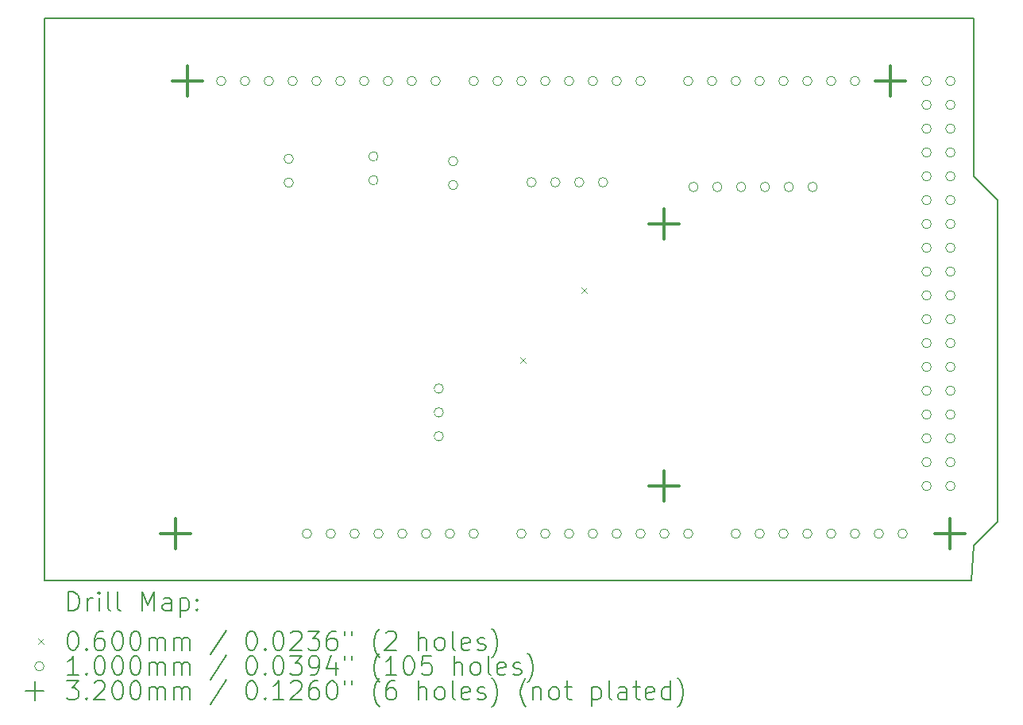
<source format=gbr>
%TF.GenerationSoftware,KiCad,Pcbnew,9.0.6*%
%TF.CreationDate,2025-12-21T23:54:04+02:00*%
%TF.ProjectId,Embedded_pcb,456d6265-6464-4656-945f-7063622e6b69,rev?*%
%TF.SameCoordinates,Original*%
%TF.FileFunction,Drillmap*%
%TF.FilePolarity,Positive*%
%FSLAX45Y45*%
G04 Gerber Fmt 4.5, Leading zero omitted, Abs format (unit mm)*
G04 Created by KiCad (PCBNEW 9.0.6) date 2025-12-21 23:54:04*
%MOMM*%
%LPD*%
G01*
G04 APERTURE LIST*
%ADD10C,0.150000*%
%ADD11C,0.200000*%
%ADD12C,0.100000*%
%ADD13C,0.320000*%
G04 APERTURE END LIST*
D10*
X19906000Y-5936000D02*
X20160000Y-6190000D01*
X10000000Y-10250000D02*
X10000000Y-4250000D01*
X20160000Y-6190000D02*
X20160000Y-9619000D01*
X19876800Y-10250000D02*
X10000000Y-10250000D01*
X10000000Y-4250000D02*
X19906000Y-4250000D01*
X20160000Y-9619000D02*
X19906000Y-9873000D01*
X19906000Y-4250000D02*
X19906000Y-5936000D01*
X19906000Y-9873000D02*
X19876800Y-10250000D01*
D11*
D12*
X15070000Y-7870000D02*
X15130000Y-7930000D01*
X15130000Y-7870000D02*
X15070000Y-7930000D01*
X15720000Y-7120000D02*
X15780000Y-7180000D01*
X15780000Y-7120000D02*
X15720000Y-7180000D01*
X11929600Y-4920000D02*
G75*
G02*
X11829600Y-4920000I-50000J0D01*
G01*
X11829600Y-4920000D02*
G75*
G02*
X11929600Y-4920000I50000J0D01*
G01*
X12183600Y-4920000D02*
G75*
G02*
X12083600Y-4920000I-50000J0D01*
G01*
X12083600Y-4920000D02*
G75*
G02*
X12183600Y-4920000I50000J0D01*
G01*
X12437600Y-4920000D02*
G75*
G02*
X12337600Y-4920000I-50000J0D01*
G01*
X12337600Y-4920000D02*
G75*
G02*
X12437600Y-4920000I50000J0D01*
G01*
X12650000Y-5750000D02*
G75*
G02*
X12550000Y-5750000I-50000J0D01*
G01*
X12550000Y-5750000D02*
G75*
G02*
X12650000Y-5750000I50000J0D01*
G01*
X12650000Y-6004000D02*
G75*
G02*
X12550000Y-6004000I-50000J0D01*
G01*
X12550000Y-6004000D02*
G75*
G02*
X12650000Y-6004000I50000J0D01*
G01*
X12691600Y-4920000D02*
G75*
G02*
X12591600Y-4920000I-50000J0D01*
G01*
X12591600Y-4920000D02*
G75*
G02*
X12691600Y-4920000I50000J0D01*
G01*
X12844000Y-9746000D02*
G75*
G02*
X12744000Y-9746000I-50000J0D01*
G01*
X12744000Y-9746000D02*
G75*
G02*
X12844000Y-9746000I50000J0D01*
G01*
X12945600Y-4920000D02*
G75*
G02*
X12845600Y-4920000I-50000J0D01*
G01*
X12845600Y-4920000D02*
G75*
G02*
X12945600Y-4920000I50000J0D01*
G01*
X13098000Y-9746000D02*
G75*
G02*
X12998000Y-9746000I-50000J0D01*
G01*
X12998000Y-9746000D02*
G75*
G02*
X13098000Y-9746000I50000J0D01*
G01*
X13199600Y-4920000D02*
G75*
G02*
X13099600Y-4920000I-50000J0D01*
G01*
X13099600Y-4920000D02*
G75*
G02*
X13199600Y-4920000I50000J0D01*
G01*
X13352000Y-9746000D02*
G75*
G02*
X13252000Y-9746000I-50000J0D01*
G01*
X13252000Y-9746000D02*
G75*
G02*
X13352000Y-9746000I50000J0D01*
G01*
X13453600Y-4920000D02*
G75*
G02*
X13353600Y-4920000I-50000J0D01*
G01*
X13353600Y-4920000D02*
G75*
G02*
X13453600Y-4920000I50000J0D01*
G01*
X13552500Y-5725000D02*
G75*
G02*
X13452500Y-5725000I-50000J0D01*
G01*
X13452500Y-5725000D02*
G75*
G02*
X13552500Y-5725000I50000J0D01*
G01*
X13552500Y-5979000D02*
G75*
G02*
X13452500Y-5979000I-50000J0D01*
G01*
X13452500Y-5979000D02*
G75*
G02*
X13552500Y-5979000I50000J0D01*
G01*
X13606000Y-9746000D02*
G75*
G02*
X13506000Y-9746000I-50000J0D01*
G01*
X13506000Y-9746000D02*
G75*
G02*
X13606000Y-9746000I50000J0D01*
G01*
X13707600Y-4920000D02*
G75*
G02*
X13607600Y-4920000I-50000J0D01*
G01*
X13607600Y-4920000D02*
G75*
G02*
X13707600Y-4920000I50000J0D01*
G01*
X13860000Y-9746000D02*
G75*
G02*
X13760000Y-9746000I-50000J0D01*
G01*
X13760000Y-9746000D02*
G75*
G02*
X13860000Y-9746000I50000J0D01*
G01*
X13961600Y-4920000D02*
G75*
G02*
X13861600Y-4920000I-50000J0D01*
G01*
X13861600Y-4920000D02*
G75*
G02*
X13961600Y-4920000I50000J0D01*
G01*
X14114000Y-9746000D02*
G75*
G02*
X14014000Y-9746000I-50000J0D01*
G01*
X14014000Y-9746000D02*
G75*
G02*
X14114000Y-9746000I50000J0D01*
G01*
X14215600Y-4920000D02*
G75*
G02*
X14115600Y-4920000I-50000J0D01*
G01*
X14115600Y-4920000D02*
G75*
G02*
X14215600Y-4920000I50000J0D01*
G01*
X14250000Y-8200000D02*
G75*
G02*
X14150000Y-8200000I-50000J0D01*
G01*
X14150000Y-8200000D02*
G75*
G02*
X14250000Y-8200000I50000J0D01*
G01*
X14250000Y-8454000D02*
G75*
G02*
X14150000Y-8454000I-50000J0D01*
G01*
X14150000Y-8454000D02*
G75*
G02*
X14250000Y-8454000I50000J0D01*
G01*
X14250000Y-8708000D02*
G75*
G02*
X14150000Y-8708000I-50000J0D01*
G01*
X14150000Y-8708000D02*
G75*
G02*
X14250000Y-8708000I50000J0D01*
G01*
X14368000Y-9746000D02*
G75*
G02*
X14268000Y-9746000I-50000J0D01*
G01*
X14268000Y-9746000D02*
G75*
G02*
X14368000Y-9746000I50000J0D01*
G01*
X14402500Y-5775000D02*
G75*
G02*
X14302500Y-5775000I-50000J0D01*
G01*
X14302500Y-5775000D02*
G75*
G02*
X14402500Y-5775000I50000J0D01*
G01*
X14402500Y-6029000D02*
G75*
G02*
X14302500Y-6029000I-50000J0D01*
G01*
X14302500Y-6029000D02*
G75*
G02*
X14402500Y-6029000I50000J0D01*
G01*
X14622000Y-4920000D02*
G75*
G02*
X14522000Y-4920000I-50000J0D01*
G01*
X14522000Y-4920000D02*
G75*
G02*
X14622000Y-4920000I50000J0D01*
G01*
X14622000Y-9746000D02*
G75*
G02*
X14522000Y-9746000I-50000J0D01*
G01*
X14522000Y-9746000D02*
G75*
G02*
X14622000Y-9746000I50000J0D01*
G01*
X14876000Y-4920000D02*
G75*
G02*
X14776000Y-4920000I-50000J0D01*
G01*
X14776000Y-4920000D02*
G75*
G02*
X14876000Y-4920000I50000J0D01*
G01*
X15130000Y-4920000D02*
G75*
G02*
X15030000Y-4920000I-50000J0D01*
G01*
X15030000Y-4920000D02*
G75*
G02*
X15130000Y-4920000I50000J0D01*
G01*
X15130000Y-9746000D02*
G75*
G02*
X15030000Y-9746000I-50000J0D01*
G01*
X15030000Y-9746000D02*
G75*
G02*
X15130000Y-9746000I50000J0D01*
G01*
X15238000Y-6000000D02*
G75*
G02*
X15138000Y-6000000I-50000J0D01*
G01*
X15138000Y-6000000D02*
G75*
G02*
X15238000Y-6000000I50000J0D01*
G01*
X15384000Y-4920000D02*
G75*
G02*
X15284000Y-4920000I-50000J0D01*
G01*
X15284000Y-4920000D02*
G75*
G02*
X15384000Y-4920000I50000J0D01*
G01*
X15384000Y-9746000D02*
G75*
G02*
X15284000Y-9746000I-50000J0D01*
G01*
X15284000Y-9746000D02*
G75*
G02*
X15384000Y-9746000I50000J0D01*
G01*
X15492000Y-6000000D02*
G75*
G02*
X15392000Y-6000000I-50000J0D01*
G01*
X15392000Y-6000000D02*
G75*
G02*
X15492000Y-6000000I50000J0D01*
G01*
X15638000Y-4920000D02*
G75*
G02*
X15538000Y-4920000I-50000J0D01*
G01*
X15538000Y-4920000D02*
G75*
G02*
X15638000Y-4920000I50000J0D01*
G01*
X15638000Y-9746000D02*
G75*
G02*
X15538000Y-9746000I-50000J0D01*
G01*
X15538000Y-9746000D02*
G75*
G02*
X15638000Y-9746000I50000J0D01*
G01*
X15746000Y-6000000D02*
G75*
G02*
X15646000Y-6000000I-50000J0D01*
G01*
X15646000Y-6000000D02*
G75*
G02*
X15746000Y-6000000I50000J0D01*
G01*
X15892000Y-4920000D02*
G75*
G02*
X15792000Y-4920000I-50000J0D01*
G01*
X15792000Y-4920000D02*
G75*
G02*
X15892000Y-4920000I50000J0D01*
G01*
X15892000Y-9746000D02*
G75*
G02*
X15792000Y-9746000I-50000J0D01*
G01*
X15792000Y-9746000D02*
G75*
G02*
X15892000Y-9746000I50000J0D01*
G01*
X16000000Y-6000000D02*
G75*
G02*
X15900000Y-6000000I-50000J0D01*
G01*
X15900000Y-6000000D02*
G75*
G02*
X16000000Y-6000000I50000J0D01*
G01*
X16146000Y-4920000D02*
G75*
G02*
X16046000Y-4920000I-50000J0D01*
G01*
X16046000Y-4920000D02*
G75*
G02*
X16146000Y-4920000I50000J0D01*
G01*
X16146000Y-9746000D02*
G75*
G02*
X16046000Y-9746000I-50000J0D01*
G01*
X16046000Y-9746000D02*
G75*
G02*
X16146000Y-9746000I50000J0D01*
G01*
X16400000Y-4920000D02*
G75*
G02*
X16300000Y-4920000I-50000J0D01*
G01*
X16300000Y-4920000D02*
G75*
G02*
X16400000Y-4920000I50000J0D01*
G01*
X16400000Y-9746000D02*
G75*
G02*
X16300000Y-9746000I-50000J0D01*
G01*
X16300000Y-9746000D02*
G75*
G02*
X16400000Y-9746000I50000J0D01*
G01*
X16654000Y-9746000D02*
G75*
G02*
X16554000Y-9746000I-50000J0D01*
G01*
X16554000Y-9746000D02*
G75*
G02*
X16654000Y-9746000I50000J0D01*
G01*
X16908000Y-4920000D02*
G75*
G02*
X16808000Y-4920000I-50000J0D01*
G01*
X16808000Y-4920000D02*
G75*
G02*
X16908000Y-4920000I50000J0D01*
G01*
X16908000Y-9746000D02*
G75*
G02*
X16808000Y-9746000I-50000J0D01*
G01*
X16808000Y-9746000D02*
G75*
G02*
X16908000Y-9746000I50000J0D01*
G01*
X16965000Y-6050000D02*
G75*
G02*
X16865000Y-6050000I-50000J0D01*
G01*
X16865000Y-6050000D02*
G75*
G02*
X16965000Y-6050000I50000J0D01*
G01*
X17162000Y-4920000D02*
G75*
G02*
X17062000Y-4920000I-50000J0D01*
G01*
X17062000Y-4920000D02*
G75*
G02*
X17162000Y-4920000I50000J0D01*
G01*
X17219000Y-6050000D02*
G75*
G02*
X17119000Y-6050000I-50000J0D01*
G01*
X17119000Y-6050000D02*
G75*
G02*
X17219000Y-6050000I50000J0D01*
G01*
X17416000Y-4920000D02*
G75*
G02*
X17316000Y-4920000I-50000J0D01*
G01*
X17316000Y-4920000D02*
G75*
G02*
X17416000Y-4920000I50000J0D01*
G01*
X17416000Y-9746000D02*
G75*
G02*
X17316000Y-9746000I-50000J0D01*
G01*
X17316000Y-9746000D02*
G75*
G02*
X17416000Y-9746000I50000J0D01*
G01*
X17473000Y-6050000D02*
G75*
G02*
X17373000Y-6050000I-50000J0D01*
G01*
X17373000Y-6050000D02*
G75*
G02*
X17473000Y-6050000I50000J0D01*
G01*
X17670000Y-4920000D02*
G75*
G02*
X17570000Y-4920000I-50000J0D01*
G01*
X17570000Y-4920000D02*
G75*
G02*
X17670000Y-4920000I50000J0D01*
G01*
X17670000Y-9746000D02*
G75*
G02*
X17570000Y-9746000I-50000J0D01*
G01*
X17570000Y-9746000D02*
G75*
G02*
X17670000Y-9746000I50000J0D01*
G01*
X17727000Y-6050000D02*
G75*
G02*
X17627000Y-6050000I-50000J0D01*
G01*
X17627000Y-6050000D02*
G75*
G02*
X17727000Y-6050000I50000J0D01*
G01*
X17924000Y-4920000D02*
G75*
G02*
X17824000Y-4920000I-50000J0D01*
G01*
X17824000Y-4920000D02*
G75*
G02*
X17924000Y-4920000I50000J0D01*
G01*
X17924000Y-9746000D02*
G75*
G02*
X17824000Y-9746000I-50000J0D01*
G01*
X17824000Y-9746000D02*
G75*
G02*
X17924000Y-9746000I50000J0D01*
G01*
X17981000Y-6050000D02*
G75*
G02*
X17881000Y-6050000I-50000J0D01*
G01*
X17881000Y-6050000D02*
G75*
G02*
X17981000Y-6050000I50000J0D01*
G01*
X18178000Y-4920000D02*
G75*
G02*
X18078000Y-4920000I-50000J0D01*
G01*
X18078000Y-4920000D02*
G75*
G02*
X18178000Y-4920000I50000J0D01*
G01*
X18178000Y-9746000D02*
G75*
G02*
X18078000Y-9746000I-50000J0D01*
G01*
X18078000Y-9746000D02*
G75*
G02*
X18178000Y-9746000I50000J0D01*
G01*
X18235000Y-6050000D02*
G75*
G02*
X18135000Y-6050000I-50000J0D01*
G01*
X18135000Y-6050000D02*
G75*
G02*
X18235000Y-6050000I50000J0D01*
G01*
X18432000Y-4920000D02*
G75*
G02*
X18332000Y-4920000I-50000J0D01*
G01*
X18332000Y-4920000D02*
G75*
G02*
X18432000Y-4920000I50000J0D01*
G01*
X18432000Y-9746000D02*
G75*
G02*
X18332000Y-9746000I-50000J0D01*
G01*
X18332000Y-9746000D02*
G75*
G02*
X18432000Y-9746000I50000J0D01*
G01*
X18686000Y-4920000D02*
G75*
G02*
X18586000Y-4920000I-50000J0D01*
G01*
X18586000Y-4920000D02*
G75*
G02*
X18686000Y-4920000I50000J0D01*
G01*
X18686000Y-9746000D02*
G75*
G02*
X18586000Y-9746000I-50000J0D01*
G01*
X18586000Y-9746000D02*
G75*
G02*
X18686000Y-9746000I50000J0D01*
G01*
X18940000Y-9746000D02*
G75*
G02*
X18840000Y-9746000I-50000J0D01*
G01*
X18840000Y-9746000D02*
G75*
G02*
X18940000Y-9746000I50000J0D01*
G01*
X19194000Y-9746000D02*
G75*
G02*
X19094000Y-9746000I-50000J0D01*
G01*
X19094000Y-9746000D02*
G75*
G02*
X19194000Y-9746000I50000J0D01*
G01*
X19450000Y-4920000D02*
G75*
G02*
X19350000Y-4920000I-50000J0D01*
G01*
X19350000Y-4920000D02*
G75*
G02*
X19450000Y-4920000I50000J0D01*
G01*
X19450000Y-5174000D02*
G75*
G02*
X19350000Y-5174000I-50000J0D01*
G01*
X19350000Y-5174000D02*
G75*
G02*
X19450000Y-5174000I50000J0D01*
G01*
X19450000Y-5428000D02*
G75*
G02*
X19350000Y-5428000I-50000J0D01*
G01*
X19350000Y-5428000D02*
G75*
G02*
X19450000Y-5428000I50000J0D01*
G01*
X19450000Y-5682000D02*
G75*
G02*
X19350000Y-5682000I-50000J0D01*
G01*
X19350000Y-5682000D02*
G75*
G02*
X19450000Y-5682000I50000J0D01*
G01*
X19450000Y-5936000D02*
G75*
G02*
X19350000Y-5936000I-50000J0D01*
G01*
X19350000Y-5936000D02*
G75*
G02*
X19450000Y-5936000I50000J0D01*
G01*
X19450000Y-6190000D02*
G75*
G02*
X19350000Y-6190000I-50000J0D01*
G01*
X19350000Y-6190000D02*
G75*
G02*
X19450000Y-6190000I50000J0D01*
G01*
X19450000Y-6444000D02*
G75*
G02*
X19350000Y-6444000I-50000J0D01*
G01*
X19350000Y-6444000D02*
G75*
G02*
X19450000Y-6444000I50000J0D01*
G01*
X19450000Y-6698000D02*
G75*
G02*
X19350000Y-6698000I-50000J0D01*
G01*
X19350000Y-6698000D02*
G75*
G02*
X19450000Y-6698000I50000J0D01*
G01*
X19450000Y-6952000D02*
G75*
G02*
X19350000Y-6952000I-50000J0D01*
G01*
X19350000Y-6952000D02*
G75*
G02*
X19450000Y-6952000I50000J0D01*
G01*
X19450000Y-7206000D02*
G75*
G02*
X19350000Y-7206000I-50000J0D01*
G01*
X19350000Y-7206000D02*
G75*
G02*
X19450000Y-7206000I50000J0D01*
G01*
X19450000Y-7460000D02*
G75*
G02*
X19350000Y-7460000I-50000J0D01*
G01*
X19350000Y-7460000D02*
G75*
G02*
X19450000Y-7460000I50000J0D01*
G01*
X19450000Y-7714000D02*
G75*
G02*
X19350000Y-7714000I-50000J0D01*
G01*
X19350000Y-7714000D02*
G75*
G02*
X19450000Y-7714000I50000J0D01*
G01*
X19450000Y-7968000D02*
G75*
G02*
X19350000Y-7968000I-50000J0D01*
G01*
X19350000Y-7968000D02*
G75*
G02*
X19450000Y-7968000I50000J0D01*
G01*
X19450000Y-8222000D02*
G75*
G02*
X19350000Y-8222000I-50000J0D01*
G01*
X19350000Y-8222000D02*
G75*
G02*
X19450000Y-8222000I50000J0D01*
G01*
X19450000Y-8476000D02*
G75*
G02*
X19350000Y-8476000I-50000J0D01*
G01*
X19350000Y-8476000D02*
G75*
G02*
X19450000Y-8476000I50000J0D01*
G01*
X19450000Y-8730000D02*
G75*
G02*
X19350000Y-8730000I-50000J0D01*
G01*
X19350000Y-8730000D02*
G75*
G02*
X19450000Y-8730000I50000J0D01*
G01*
X19450000Y-8984000D02*
G75*
G02*
X19350000Y-8984000I-50000J0D01*
G01*
X19350000Y-8984000D02*
G75*
G02*
X19450000Y-8984000I50000J0D01*
G01*
X19450000Y-9238000D02*
G75*
G02*
X19350000Y-9238000I-50000J0D01*
G01*
X19350000Y-9238000D02*
G75*
G02*
X19450000Y-9238000I50000J0D01*
G01*
X19704000Y-4920000D02*
G75*
G02*
X19604000Y-4920000I-50000J0D01*
G01*
X19604000Y-4920000D02*
G75*
G02*
X19704000Y-4920000I50000J0D01*
G01*
X19704000Y-5174000D02*
G75*
G02*
X19604000Y-5174000I-50000J0D01*
G01*
X19604000Y-5174000D02*
G75*
G02*
X19704000Y-5174000I50000J0D01*
G01*
X19704000Y-5428000D02*
G75*
G02*
X19604000Y-5428000I-50000J0D01*
G01*
X19604000Y-5428000D02*
G75*
G02*
X19704000Y-5428000I50000J0D01*
G01*
X19704000Y-5682000D02*
G75*
G02*
X19604000Y-5682000I-50000J0D01*
G01*
X19604000Y-5682000D02*
G75*
G02*
X19704000Y-5682000I50000J0D01*
G01*
X19704000Y-5936000D02*
G75*
G02*
X19604000Y-5936000I-50000J0D01*
G01*
X19604000Y-5936000D02*
G75*
G02*
X19704000Y-5936000I50000J0D01*
G01*
X19704000Y-6190000D02*
G75*
G02*
X19604000Y-6190000I-50000J0D01*
G01*
X19604000Y-6190000D02*
G75*
G02*
X19704000Y-6190000I50000J0D01*
G01*
X19704000Y-6444000D02*
G75*
G02*
X19604000Y-6444000I-50000J0D01*
G01*
X19604000Y-6444000D02*
G75*
G02*
X19704000Y-6444000I50000J0D01*
G01*
X19704000Y-6698000D02*
G75*
G02*
X19604000Y-6698000I-50000J0D01*
G01*
X19604000Y-6698000D02*
G75*
G02*
X19704000Y-6698000I50000J0D01*
G01*
X19704000Y-6952000D02*
G75*
G02*
X19604000Y-6952000I-50000J0D01*
G01*
X19604000Y-6952000D02*
G75*
G02*
X19704000Y-6952000I50000J0D01*
G01*
X19704000Y-7206000D02*
G75*
G02*
X19604000Y-7206000I-50000J0D01*
G01*
X19604000Y-7206000D02*
G75*
G02*
X19704000Y-7206000I50000J0D01*
G01*
X19704000Y-7460000D02*
G75*
G02*
X19604000Y-7460000I-50000J0D01*
G01*
X19604000Y-7460000D02*
G75*
G02*
X19704000Y-7460000I50000J0D01*
G01*
X19704000Y-7714000D02*
G75*
G02*
X19604000Y-7714000I-50000J0D01*
G01*
X19604000Y-7714000D02*
G75*
G02*
X19704000Y-7714000I50000J0D01*
G01*
X19704000Y-7968000D02*
G75*
G02*
X19604000Y-7968000I-50000J0D01*
G01*
X19604000Y-7968000D02*
G75*
G02*
X19704000Y-7968000I50000J0D01*
G01*
X19704000Y-8222000D02*
G75*
G02*
X19604000Y-8222000I-50000J0D01*
G01*
X19604000Y-8222000D02*
G75*
G02*
X19704000Y-8222000I50000J0D01*
G01*
X19704000Y-8476000D02*
G75*
G02*
X19604000Y-8476000I-50000J0D01*
G01*
X19604000Y-8476000D02*
G75*
G02*
X19704000Y-8476000I50000J0D01*
G01*
X19704000Y-8730000D02*
G75*
G02*
X19604000Y-8730000I-50000J0D01*
G01*
X19604000Y-8730000D02*
G75*
G02*
X19704000Y-8730000I50000J0D01*
G01*
X19704000Y-8984000D02*
G75*
G02*
X19604000Y-8984000I-50000J0D01*
G01*
X19604000Y-8984000D02*
G75*
G02*
X19704000Y-8984000I50000J0D01*
G01*
X19704000Y-9238000D02*
G75*
G02*
X19604000Y-9238000I-50000J0D01*
G01*
X19604000Y-9238000D02*
G75*
G02*
X19704000Y-9238000I50000J0D01*
G01*
D13*
X11397000Y-9586000D02*
X11397000Y-9906000D01*
X11237000Y-9746000D02*
X11557000Y-9746000D01*
X11524000Y-4760000D02*
X11524000Y-5080000D01*
X11364000Y-4920000D02*
X11684000Y-4920000D01*
X16604000Y-6284000D02*
X16604000Y-6604000D01*
X16444000Y-6444000D02*
X16764000Y-6444000D01*
X16604000Y-9078000D02*
X16604000Y-9398000D01*
X16444000Y-9238000D02*
X16764000Y-9238000D01*
X19017000Y-4760000D02*
X19017000Y-5080000D01*
X18857000Y-4920000D02*
X19177000Y-4920000D01*
X19652000Y-9586000D02*
X19652000Y-9906000D01*
X19492000Y-9746000D02*
X19812000Y-9746000D01*
D11*
X10253277Y-10568984D02*
X10253277Y-10368984D01*
X10253277Y-10368984D02*
X10300896Y-10368984D01*
X10300896Y-10368984D02*
X10329467Y-10378508D01*
X10329467Y-10378508D02*
X10348515Y-10397555D01*
X10348515Y-10397555D02*
X10358039Y-10416603D01*
X10358039Y-10416603D02*
X10367563Y-10454698D01*
X10367563Y-10454698D02*
X10367563Y-10483270D01*
X10367563Y-10483270D02*
X10358039Y-10521365D01*
X10358039Y-10521365D02*
X10348515Y-10540412D01*
X10348515Y-10540412D02*
X10329467Y-10559460D01*
X10329467Y-10559460D02*
X10300896Y-10568984D01*
X10300896Y-10568984D02*
X10253277Y-10568984D01*
X10453277Y-10568984D02*
X10453277Y-10435650D01*
X10453277Y-10473746D02*
X10462801Y-10454698D01*
X10462801Y-10454698D02*
X10472324Y-10445174D01*
X10472324Y-10445174D02*
X10491372Y-10435650D01*
X10491372Y-10435650D02*
X10510420Y-10435650D01*
X10577086Y-10568984D02*
X10577086Y-10435650D01*
X10577086Y-10368984D02*
X10567563Y-10378508D01*
X10567563Y-10378508D02*
X10577086Y-10388031D01*
X10577086Y-10388031D02*
X10586610Y-10378508D01*
X10586610Y-10378508D02*
X10577086Y-10368984D01*
X10577086Y-10368984D02*
X10577086Y-10388031D01*
X10700896Y-10568984D02*
X10681848Y-10559460D01*
X10681848Y-10559460D02*
X10672324Y-10540412D01*
X10672324Y-10540412D02*
X10672324Y-10368984D01*
X10805658Y-10568984D02*
X10786610Y-10559460D01*
X10786610Y-10559460D02*
X10777086Y-10540412D01*
X10777086Y-10540412D02*
X10777086Y-10368984D01*
X11034229Y-10568984D02*
X11034229Y-10368984D01*
X11034229Y-10368984D02*
X11100896Y-10511841D01*
X11100896Y-10511841D02*
X11167563Y-10368984D01*
X11167563Y-10368984D02*
X11167563Y-10568984D01*
X11348515Y-10568984D02*
X11348515Y-10464222D01*
X11348515Y-10464222D02*
X11338991Y-10445174D01*
X11338991Y-10445174D02*
X11319943Y-10435650D01*
X11319943Y-10435650D02*
X11281848Y-10435650D01*
X11281848Y-10435650D02*
X11262801Y-10445174D01*
X11348515Y-10559460D02*
X11329467Y-10568984D01*
X11329467Y-10568984D02*
X11281848Y-10568984D01*
X11281848Y-10568984D02*
X11262801Y-10559460D01*
X11262801Y-10559460D02*
X11253277Y-10540412D01*
X11253277Y-10540412D02*
X11253277Y-10521365D01*
X11253277Y-10521365D02*
X11262801Y-10502317D01*
X11262801Y-10502317D02*
X11281848Y-10492793D01*
X11281848Y-10492793D02*
X11329467Y-10492793D01*
X11329467Y-10492793D02*
X11348515Y-10483270D01*
X11443753Y-10435650D02*
X11443753Y-10635650D01*
X11443753Y-10445174D02*
X11462801Y-10435650D01*
X11462801Y-10435650D02*
X11500896Y-10435650D01*
X11500896Y-10435650D02*
X11519943Y-10445174D01*
X11519943Y-10445174D02*
X11529467Y-10454698D01*
X11529467Y-10454698D02*
X11538991Y-10473746D01*
X11538991Y-10473746D02*
X11538991Y-10530889D01*
X11538991Y-10530889D02*
X11529467Y-10549936D01*
X11529467Y-10549936D02*
X11519943Y-10559460D01*
X11519943Y-10559460D02*
X11500896Y-10568984D01*
X11500896Y-10568984D02*
X11462801Y-10568984D01*
X11462801Y-10568984D02*
X11443753Y-10559460D01*
X11624705Y-10549936D02*
X11634229Y-10559460D01*
X11634229Y-10559460D02*
X11624705Y-10568984D01*
X11624705Y-10568984D02*
X11615182Y-10559460D01*
X11615182Y-10559460D02*
X11624705Y-10549936D01*
X11624705Y-10549936D02*
X11624705Y-10568984D01*
X11624705Y-10445174D02*
X11634229Y-10454698D01*
X11634229Y-10454698D02*
X11624705Y-10464222D01*
X11624705Y-10464222D02*
X11615182Y-10454698D01*
X11615182Y-10454698D02*
X11624705Y-10445174D01*
X11624705Y-10445174D02*
X11624705Y-10464222D01*
D12*
X9932500Y-10867500D02*
X9992500Y-10927500D01*
X9992500Y-10867500D02*
X9932500Y-10927500D01*
D11*
X10291372Y-10788984D02*
X10310420Y-10788984D01*
X10310420Y-10788984D02*
X10329467Y-10798508D01*
X10329467Y-10798508D02*
X10338991Y-10808031D01*
X10338991Y-10808031D02*
X10348515Y-10827079D01*
X10348515Y-10827079D02*
X10358039Y-10865174D01*
X10358039Y-10865174D02*
X10358039Y-10912793D01*
X10358039Y-10912793D02*
X10348515Y-10950889D01*
X10348515Y-10950889D02*
X10338991Y-10969936D01*
X10338991Y-10969936D02*
X10329467Y-10979460D01*
X10329467Y-10979460D02*
X10310420Y-10988984D01*
X10310420Y-10988984D02*
X10291372Y-10988984D01*
X10291372Y-10988984D02*
X10272324Y-10979460D01*
X10272324Y-10979460D02*
X10262801Y-10969936D01*
X10262801Y-10969936D02*
X10253277Y-10950889D01*
X10253277Y-10950889D02*
X10243753Y-10912793D01*
X10243753Y-10912793D02*
X10243753Y-10865174D01*
X10243753Y-10865174D02*
X10253277Y-10827079D01*
X10253277Y-10827079D02*
X10262801Y-10808031D01*
X10262801Y-10808031D02*
X10272324Y-10798508D01*
X10272324Y-10798508D02*
X10291372Y-10788984D01*
X10443753Y-10969936D02*
X10453277Y-10979460D01*
X10453277Y-10979460D02*
X10443753Y-10988984D01*
X10443753Y-10988984D02*
X10434229Y-10979460D01*
X10434229Y-10979460D02*
X10443753Y-10969936D01*
X10443753Y-10969936D02*
X10443753Y-10988984D01*
X10624705Y-10788984D02*
X10586610Y-10788984D01*
X10586610Y-10788984D02*
X10567563Y-10798508D01*
X10567563Y-10798508D02*
X10558039Y-10808031D01*
X10558039Y-10808031D02*
X10538991Y-10836603D01*
X10538991Y-10836603D02*
X10529467Y-10874698D01*
X10529467Y-10874698D02*
X10529467Y-10950889D01*
X10529467Y-10950889D02*
X10538991Y-10969936D01*
X10538991Y-10969936D02*
X10548515Y-10979460D01*
X10548515Y-10979460D02*
X10567563Y-10988984D01*
X10567563Y-10988984D02*
X10605658Y-10988984D01*
X10605658Y-10988984D02*
X10624705Y-10979460D01*
X10624705Y-10979460D02*
X10634229Y-10969936D01*
X10634229Y-10969936D02*
X10643753Y-10950889D01*
X10643753Y-10950889D02*
X10643753Y-10903270D01*
X10643753Y-10903270D02*
X10634229Y-10884222D01*
X10634229Y-10884222D02*
X10624705Y-10874698D01*
X10624705Y-10874698D02*
X10605658Y-10865174D01*
X10605658Y-10865174D02*
X10567563Y-10865174D01*
X10567563Y-10865174D02*
X10548515Y-10874698D01*
X10548515Y-10874698D02*
X10538991Y-10884222D01*
X10538991Y-10884222D02*
X10529467Y-10903270D01*
X10767563Y-10788984D02*
X10786610Y-10788984D01*
X10786610Y-10788984D02*
X10805658Y-10798508D01*
X10805658Y-10798508D02*
X10815182Y-10808031D01*
X10815182Y-10808031D02*
X10824705Y-10827079D01*
X10824705Y-10827079D02*
X10834229Y-10865174D01*
X10834229Y-10865174D02*
X10834229Y-10912793D01*
X10834229Y-10912793D02*
X10824705Y-10950889D01*
X10824705Y-10950889D02*
X10815182Y-10969936D01*
X10815182Y-10969936D02*
X10805658Y-10979460D01*
X10805658Y-10979460D02*
X10786610Y-10988984D01*
X10786610Y-10988984D02*
X10767563Y-10988984D01*
X10767563Y-10988984D02*
X10748515Y-10979460D01*
X10748515Y-10979460D02*
X10738991Y-10969936D01*
X10738991Y-10969936D02*
X10729467Y-10950889D01*
X10729467Y-10950889D02*
X10719944Y-10912793D01*
X10719944Y-10912793D02*
X10719944Y-10865174D01*
X10719944Y-10865174D02*
X10729467Y-10827079D01*
X10729467Y-10827079D02*
X10738991Y-10808031D01*
X10738991Y-10808031D02*
X10748515Y-10798508D01*
X10748515Y-10798508D02*
X10767563Y-10788984D01*
X10958039Y-10788984D02*
X10977086Y-10788984D01*
X10977086Y-10788984D02*
X10996134Y-10798508D01*
X10996134Y-10798508D02*
X11005658Y-10808031D01*
X11005658Y-10808031D02*
X11015182Y-10827079D01*
X11015182Y-10827079D02*
X11024705Y-10865174D01*
X11024705Y-10865174D02*
X11024705Y-10912793D01*
X11024705Y-10912793D02*
X11015182Y-10950889D01*
X11015182Y-10950889D02*
X11005658Y-10969936D01*
X11005658Y-10969936D02*
X10996134Y-10979460D01*
X10996134Y-10979460D02*
X10977086Y-10988984D01*
X10977086Y-10988984D02*
X10958039Y-10988984D01*
X10958039Y-10988984D02*
X10938991Y-10979460D01*
X10938991Y-10979460D02*
X10929467Y-10969936D01*
X10929467Y-10969936D02*
X10919944Y-10950889D01*
X10919944Y-10950889D02*
X10910420Y-10912793D01*
X10910420Y-10912793D02*
X10910420Y-10865174D01*
X10910420Y-10865174D02*
X10919944Y-10827079D01*
X10919944Y-10827079D02*
X10929467Y-10808031D01*
X10929467Y-10808031D02*
X10938991Y-10798508D01*
X10938991Y-10798508D02*
X10958039Y-10788984D01*
X11110420Y-10988984D02*
X11110420Y-10855650D01*
X11110420Y-10874698D02*
X11119944Y-10865174D01*
X11119944Y-10865174D02*
X11138991Y-10855650D01*
X11138991Y-10855650D02*
X11167563Y-10855650D01*
X11167563Y-10855650D02*
X11186610Y-10865174D01*
X11186610Y-10865174D02*
X11196134Y-10884222D01*
X11196134Y-10884222D02*
X11196134Y-10988984D01*
X11196134Y-10884222D02*
X11205658Y-10865174D01*
X11205658Y-10865174D02*
X11224705Y-10855650D01*
X11224705Y-10855650D02*
X11253277Y-10855650D01*
X11253277Y-10855650D02*
X11272324Y-10865174D01*
X11272324Y-10865174D02*
X11281848Y-10884222D01*
X11281848Y-10884222D02*
X11281848Y-10988984D01*
X11377086Y-10988984D02*
X11377086Y-10855650D01*
X11377086Y-10874698D02*
X11386610Y-10865174D01*
X11386610Y-10865174D02*
X11405658Y-10855650D01*
X11405658Y-10855650D02*
X11434229Y-10855650D01*
X11434229Y-10855650D02*
X11453277Y-10865174D01*
X11453277Y-10865174D02*
X11462801Y-10884222D01*
X11462801Y-10884222D02*
X11462801Y-10988984D01*
X11462801Y-10884222D02*
X11472324Y-10865174D01*
X11472324Y-10865174D02*
X11491372Y-10855650D01*
X11491372Y-10855650D02*
X11519943Y-10855650D01*
X11519943Y-10855650D02*
X11538991Y-10865174D01*
X11538991Y-10865174D02*
X11548515Y-10884222D01*
X11548515Y-10884222D02*
X11548515Y-10988984D01*
X11938991Y-10779460D02*
X11767563Y-11036603D01*
X12196134Y-10788984D02*
X12215182Y-10788984D01*
X12215182Y-10788984D02*
X12234229Y-10798508D01*
X12234229Y-10798508D02*
X12243753Y-10808031D01*
X12243753Y-10808031D02*
X12253277Y-10827079D01*
X12253277Y-10827079D02*
X12262801Y-10865174D01*
X12262801Y-10865174D02*
X12262801Y-10912793D01*
X12262801Y-10912793D02*
X12253277Y-10950889D01*
X12253277Y-10950889D02*
X12243753Y-10969936D01*
X12243753Y-10969936D02*
X12234229Y-10979460D01*
X12234229Y-10979460D02*
X12215182Y-10988984D01*
X12215182Y-10988984D02*
X12196134Y-10988984D01*
X12196134Y-10988984D02*
X12177086Y-10979460D01*
X12177086Y-10979460D02*
X12167563Y-10969936D01*
X12167563Y-10969936D02*
X12158039Y-10950889D01*
X12158039Y-10950889D02*
X12148515Y-10912793D01*
X12148515Y-10912793D02*
X12148515Y-10865174D01*
X12148515Y-10865174D02*
X12158039Y-10827079D01*
X12158039Y-10827079D02*
X12167563Y-10808031D01*
X12167563Y-10808031D02*
X12177086Y-10798508D01*
X12177086Y-10798508D02*
X12196134Y-10788984D01*
X12348515Y-10969936D02*
X12358039Y-10979460D01*
X12358039Y-10979460D02*
X12348515Y-10988984D01*
X12348515Y-10988984D02*
X12338991Y-10979460D01*
X12338991Y-10979460D02*
X12348515Y-10969936D01*
X12348515Y-10969936D02*
X12348515Y-10988984D01*
X12481848Y-10788984D02*
X12500896Y-10788984D01*
X12500896Y-10788984D02*
X12519944Y-10798508D01*
X12519944Y-10798508D02*
X12529467Y-10808031D01*
X12529467Y-10808031D02*
X12538991Y-10827079D01*
X12538991Y-10827079D02*
X12548515Y-10865174D01*
X12548515Y-10865174D02*
X12548515Y-10912793D01*
X12548515Y-10912793D02*
X12538991Y-10950889D01*
X12538991Y-10950889D02*
X12529467Y-10969936D01*
X12529467Y-10969936D02*
X12519944Y-10979460D01*
X12519944Y-10979460D02*
X12500896Y-10988984D01*
X12500896Y-10988984D02*
X12481848Y-10988984D01*
X12481848Y-10988984D02*
X12462801Y-10979460D01*
X12462801Y-10979460D02*
X12453277Y-10969936D01*
X12453277Y-10969936D02*
X12443753Y-10950889D01*
X12443753Y-10950889D02*
X12434229Y-10912793D01*
X12434229Y-10912793D02*
X12434229Y-10865174D01*
X12434229Y-10865174D02*
X12443753Y-10827079D01*
X12443753Y-10827079D02*
X12453277Y-10808031D01*
X12453277Y-10808031D02*
X12462801Y-10798508D01*
X12462801Y-10798508D02*
X12481848Y-10788984D01*
X12624706Y-10808031D02*
X12634229Y-10798508D01*
X12634229Y-10798508D02*
X12653277Y-10788984D01*
X12653277Y-10788984D02*
X12700896Y-10788984D01*
X12700896Y-10788984D02*
X12719944Y-10798508D01*
X12719944Y-10798508D02*
X12729467Y-10808031D01*
X12729467Y-10808031D02*
X12738991Y-10827079D01*
X12738991Y-10827079D02*
X12738991Y-10846127D01*
X12738991Y-10846127D02*
X12729467Y-10874698D01*
X12729467Y-10874698D02*
X12615182Y-10988984D01*
X12615182Y-10988984D02*
X12738991Y-10988984D01*
X12805658Y-10788984D02*
X12929467Y-10788984D01*
X12929467Y-10788984D02*
X12862801Y-10865174D01*
X12862801Y-10865174D02*
X12891372Y-10865174D01*
X12891372Y-10865174D02*
X12910420Y-10874698D01*
X12910420Y-10874698D02*
X12919944Y-10884222D01*
X12919944Y-10884222D02*
X12929467Y-10903270D01*
X12929467Y-10903270D02*
X12929467Y-10950889D01*
X12929467Y-10950889D02*
X12919944Y-10969936D01*
X12919944Y-10969936D02*
X12910420Y-10979460D01*
X12910420Y-10979460D02*
X12891372Y-10988984D01*
X12891372Y-10988984D02*
X12834229Y-10988984D01*
X12834229Y-10988984D02*
X12815182Y-10979460D01*
X12815182Y-10979460D02*
X12805658Y-10969936D01*
X13100896Y-10788984D02*
X13062801Y-10788984D01*
X13062801Y-10788984D02*
X13043753Y-10798508D01*
X13043753Y-10798508D02*
X13034229Y-10808031D01*
X13034229Y-10808031D02*
X13015182Y-10836603D01*
X13015182Y-10836603D02*
X13005658Y-10874698D01*
X13005658Y-10874698D02*
X13005658Y-10950889D01*
X13005658Y-10950889D02*
X13015182Y-10969936D01*
X13015182Y-10969936D02*
X13024706Y-10979460D01*
X13024706Y-10979460D02*
X13043753Y-10988984D01*
X13043753Y-10988984D02*
X13081848Y-10988984D01*
X13081848Y-10988984D02*
X13100896Y-10979460D01*
X13100896Y-10979460D02*
X13110420Y-10969936D01*
X13110420Y-10969936D02*
X13119944Y-10950889D01*
X13119944Y-10950889D02*
X13119944Y-10903270D01*
X13119944Y-10903270D02*
X13110420Y-10884222D01*
X13110420Y-10884222D02*
X13100896Y-10874698D01*
X13100896Y-10874698D02*
X13081848Y-10865174D01*
X13081848Y-10865174D02*
X13043753Y-10865174D01*
X13043753Y-10865174D02*
X13024706Y-10874698D01*
X13024706Y-10874698D02*
X13015182Y-10884222D01*
X13015182Y-10884222D02*
X13005658Y-10903270D01*
X13196134Y-10788984D02*
X13196134Y-10827079D01*
X13272325Y-10788984D02*
X13272325Y-10827079D01*
X13567563Y-11065174D02*
X13558039Y-11055650D01*
X13558039Y-11055650D02*
X13538991Y-11027079D01*
X13538991Y-11027079D02*
X13529468Y-11008031D01*
X13529468Y-11008031D02*
X13519944Y-10979460D01*
X13519944Y-10979460D02*
X13510420Y-10931841D01*
X13510420Y-10931841D02*
X13510420Y-10893746D01*
X13510420Y-10893746D02*
X13519944Y-10846127D01*
X13519944Y-10846127D02*
X13529468Y-10817555D01*
X13529468Y-10817555D02*
X13538991Y-10798508D01*
X13538991Y-10798508D02*
X13558039Y-10769936D01*
X13558039Y-10769936D02*
X13567563Y-10760412D01*
X13634229Y-10808031D02*
X13643753Y-10798508D01*
X13643753Y-10798508D02*
X13662801Y-10788984D01*
X13662801Y-10788984D02*
X13710420Y-10788984D01*
X13710420Y-10788984D02*
X13729468Y-10798508D01*
X13729468Y-10798508D02*
X13738991Y-10808031D01*
X13738991Y-10808031D02*
X13748515Y-10827079D01*
X13748515Y-10827079D02*
X13748515Y-10846127D01*
X13748515Y-10846127D02*
X13738991Y-10874698D01*
X13738991Y-10874698D02*
X13624706Y-10988984D01*
X13624706Y-10988984D02*
X13748515Y-10988984D01*
X13986610Y-10988984D02*
X13986610Y-10788984D01*
X14072325Y-10988984D02*
X14072325Y-10884222D01*
X14072325Y-10884222D02*
X14062801Y-10865174D01*
X14062801Y-10865174D02*
X14043753Y-10855650D01*
X14043753Y-10855650D02*
X14015182Y-10855650D01*
X14015182Y-10855650D02*
X13996134Y-10865174D01*
X13996134Y-10865174D02*
X13986610Y-10874698D01*
X14196134Y-10988984D02*
X14177087Y-10979460D01*
X14177087Y-10979460D02*
X14167563Y-10969936D01*
X14167563Y-10969936D02*
X14158039Y-10950889D01*
X14158039Y-10950889D02*
X14158039Y-10893746D01*
X14158039Y-10893746D02*
X14167563Y-10874698D01*
X14167563Y-10874698D02*
X14177087Y-10865174D01*
X14177087Y-10865174D02*
X14196134Y-10855650D01*
X14196134Y-10855650D02*
X14224706Y-10855650D01*
X14224706Y-10855650D02*
X14243753Y-10865174D01*
X14243753Y-10865174D02*
X14253277Y-10874698D01*
X14253277Y-10874698D02*
X14262801Y-10893746D01*
X14262801Y-10893746D02*
X14262801Y-10950889D01*
X14262801Y-10950889D02*
X14253277Y-10969936D01*
X14253277Y-10969936D02*
X14243753Y-10979460D01*
X14243753Y-10979460D02*
X14224706Y-10988984D01*
X14224706Y-10988984D02*
X14196134Y-10988984D01*
X14377087Y-10988984D02*
X14358039Y-10979460D01*
X14358039Y-10979460D02*
X14348515Y-10960412D01*
X14348515Y-10960412D02*
X14348515Y-10788984D01*
X14529468Y-10979460D02*
X14510420Y-10988984D01*
X14510420Y-10988984D02*
X14472325Y-10988984D01*
X14472325Y-10988984D02*
X14453277Y-10979460D01*
X14453277Y-10979460D02*
X14443753Y-10960412D01*
X14443753Y-10960412D02*
X14443753Y-10884222D01*
X14443753Y-10884222D02*
X14453277Y-10865174D01*
X14453277Y-10865174D02*
X14472325Y-10855650D01*
X14472325Y-10855650D02*
X14510420Y-10855650D01*
X14510420Y-10855650D02*
X14529468Y-10865174D01*
X14529468Y-10865174D02*
X14538991Y-10884222D01*
X14538991Y-10884222D02*
X14538991Y-10903270D01*
X14538991Y-10903270D02*
X14443753Y-10922317D01*
X14615182Y-10979460D02*
X14634230Y-10988984D01*
X14634230Y-10988984D02*
X14672325Y-10988984D01*
X14672325Y-10988984D02*
X14691372Y-10979460D01*
X14691372Y-10979460D02*
X14700896Y-10960412D01*
X14700896Y-10960412D02*
X14700896Y-10950889D01*
X14700896Y-10950889D02*
X14691372Y-10931841D01*
X14691372Y-10931841D02*
X14672325Y-10922317D01*
X14672325Y-10922317D02*
X14643753Y-10922317D01*
X14643753Y-10922317D02*
X14624706Y-10912793D01*
X14624706Y-10912793D02*
X14615182Y-10893746D01*
X14615182Y-10893746D02*
X14615182Y-10884222D01*
X14615182Y-10884222D02*
X14624706Y-10865174D01*
X14624706Y-10865174D02*
X14643753Y-10855650D01*
X14643753Y-10855650D02*
X14672325Y-10855650D01*
X14672325Y-10855650D02*
X14691372Y-10865174D01*
X14767563Y-11065174D02*
X14777087Y-11055650D01*
X14777087Y-11055650D02*
X14796134Y-11027079D01*
X14796134Y-11027079D02*
X14805658Y-11008031D01*
X14805658Y-11008031D02*
X14815182Y-10979460D01*
X14815182Y-10979460D02*
X14824706Y-10931841D01*
X14824706Y-10931841D02*
X14824706Y-10893746D01*
X14824706Y-10893746D02*
X14815182Y-10846127D01*
X14815182Y-10846127D02*
X14805658Y-10817555D01*
X14805658Y-10817555D02*
X14796134Y-10798508D01*
X14796134Y-10798508D02*
X14777087Y-10769936D01*
X14777087Y-10769936D02*
X14767563Y-10760412D01*
D12*
X9992500Y-11161500D02*
G75*
G02*
X9892500Y-11161500I-50000J0D01*
G01*
X9892500Y-11161500D02*
G75*
G02*
X9992500Y-11161500I50000J0D01*
G01*
D11*
X10358039Y-11252984D02*
X10243753Y-11252984D01*
X10300896Y-11252984D02*
X10300896Y-11052984D01*
X10300896Y-11052984D02*
X10281848Y-11081555D01*
X10281848Y-11081555D02*
X10262801Y-11100603D01*
X10262801Y-11100603D02*
X10243753Y-11110127D01*
X10443753Y-11233936D02*
X10453277Y-11243460D01*
X10453277Y-11243460D02*
X10443753Y-11252984D01*
X10443753Y-11252984D02*
X10434229Y-11243460D01*
X10434229Y-11243460D02*
X10443753Y-11233936D01*
X10443753Y-11233936D02*
X10443753Y-11252984D01*
X10577086Y-11052984D02*
X10596134Y-11052984D01*
X10596134Y-11052984D02*
X10615182Y-11062508D01*
X10615182Y-11062508D02*
X10624705Y-11072031D01*
X10624705Y-11072031D02*
X10634229Y-11091079D01*
X10634229Y-11091079D02*
X10643753Y-11129174D01*
X10643753Y-11129174D02*
X10643753Y-11176793D01*
X10643753Y-11176793D02*
X10634229Y-11214888D01*
X10634229Y-11214888D02*
X10624705Y-11233936D01*
X10624705Y-11233936D02*
X10615182Y-11243460D01*
X10615182Y-11243460D02*
X10596134Y-11252984D01*
X10596134Y-11252984D02*
X10577086Y-11252984D01*
X10577086Y-11252984D02*
X10558039Y-11243460D01*
X10558039Y-11243460D02*
X10548515Y-11233936D01*
X10548515Y-11233936D02*
X10538991Y-11214888D01*
X10538991Y-11214888D02*
X10529467Y-11176793D01*
X10529467Y-11176793D02*
X10529467Y-11129174D01*
X10529467Y-11129174D02*
X10538991Y-11091079D01*
X10538991Y-11091079D02*
X10548515Y-11072031D01*
X10548515Y-11072031D02*
X10558039Y-11062508D01*
X10558039Y-11062508D02*
X10577086Y-11052984D01*
X10767563Y-11052984D02*
X10786610Y-11052984D01*
X10786610Y-11052984D02*
X10805658Y-11062508D01*
X10805658Y-11062508D02*
X10815182Y-11072031D01*
X10815182Y-11072031D02*
X10824705Y-11091079D01*
X10824705Y-11091079D02*
X10834229Y-11129174D01*
X10834229Y-11129174D02*
X10834229Y-11176793D01*
X10834229Y-11176793D02*
X10824705Y-11214888D01*
X10824705Y-11214888D02*
X10815182Y-11233936D01*
X10815182Y-11233936D02*
X10805658Y-11243460D01*
X10805658Y-11243460D02*
X10786610Y-11252984D01*
X10786610Y-11252984D02*
X10767563Y-11252984D01*
X10767563Y-11252984D02*
X10748515Y-11243460D01*
X10748515Y-11243460D02*
X10738991Y-11233936D01*
X10738991Y-11233936D02*
X10729467Y-11214888D01*
X10729467Y-11214888D02*
X10719944Y-11176793D01*
X10719944Y-11176793D02*
X10719944Y-11129174D01*
X10719944Y-11129174D02*
X10729467Y-11091079D01*
X10729467Y-11091079D02*
X10738991Y-11072031D01*
X10738991Y-11072031D02*
X10748515Y-11062508D01*
X10748515Y-11062508D02*
X10767563Y-11052984D01*
X10958039Y-11052984D02*
X10977086Y-11052984D01*
X10977086Y-11052984D02*
X10996134Y-11062508D01*
X10996134Y-11062508D02*
X11005658Y-11072031D01*
X11005658Y-11072031D02*
X11015182Y-11091079D01*
X11015182Y-11091079D02*
X11024705Y-11129174D01*
X11024705Y-11129174D02*
X11024705Y-11176793D01*
X11024705Y-11176793D02*
X11015182Y-11214888D01*
X11015182Y-11214888D02*
X11005658Y-11233936D01*
X11005658Y-11233936D02*
X10996134Y-11243460D01*
X10996134Y-11243460D02*
X10977086Y-11252984D01*
X10977086Y-11252984D02*
X10958039Y-11252984D01*
X10958039Y-11252984D02*
X10938991Y-11243460D01*
X10938991Y-11243460D02*
X10929467Y-11233936D01*
X10929467Y-11233936D02*
X10919944Y-11214888D01*
X10919944Y-11214888D02*
X10910420Y-11176793D01*
X10910420Y-11176793D02*
X10910420Y-11129174D01*
X10910420Y-11129174D02*
X10919944Y-11091079D01*
X10919944Y-11091079D02*
X10929467Y-11072031D01*
X10929467Y-11072031D02*
X10938991Y-11062508D01*
X10938991Y-11062508D02*
X10958039Y-11052984D01*
X11110420Y-11252984D02*
X11110420Y-11119650D01*
X11110420Y-11138698D02*
X11119944Y-11129174D01*
X11119944Y-11129174D02*
X11138991Y-11119650D01*
X11138991Y-11119650D02*
X11167563Y-11119650D01*
X11167563Y-11119650D02*
X11186610Y-11129174D01*
X11186610Y-11129174D02*
X11196134Y-11148222D01*
X11196134Y-11148222D02*
X11196134Y-11252984D01*
X11196134Y-11148222D02*
X11205658Y-11129174D01*
X11205658Y-11129174D02*
X11224705Y-11119650D01*
X11224705Y-11119650D02*
X11253277Y-11119650D01*
X11253277Y-11119650D02*
X11272324Y-11129174D01*
X11272324Y-11129174D02*
X11281848Y-11148222D01*
X11281848Y-11148222D02*
X11281848Y-11252984D01*
X11377086Y-11252984D02*
X11377086Y-11119650D01*
X11377086Y-11138698D02*
X11386610Y-11129174D01*
X11386610Y-11129174D02*
X11405658Y-11119650D01*
X11405658Y-11119650D02*
X11434229Y-11119650D01*
X11434229Y-11119650D02*
X11453277Y-11129174D01*
X11453277Y-11129174D02*
X11462801Y-11148222D01*
X11462801Y-11148222D02*
X11462801Y-11252984D01*
X11462801Y-11148222D02*
X11472324Y-11129174D01*
X11472324Y-11129174D02*
X11491372Y-11119650D01*
X11491372Y-11119650D02*
X11519943Y-11119650D01*
X11519943Y-11119650D02*
X11538991Y-11129174D01*
X11538991Y-11129174D02*
X11548515Y-11148222D01*
X11548515Y-11148222D02*
X11548515Y-11252984D01*
X11938991Y-11043460D02*
X11767563Y-11300603D01*
X12196134Y-11052984D02*
X12215182Y-11052984D01*
X12215182Y-11052984D02*
X12234229Y-11062508D01*
X12234229Y-11062508D02*
X12243753Y-11072031D01*
X12243753Y-11072031D02*
X12253277Y-11091079D01*
X12253277Y-11091079D02*
X12262801Y-11129174D01*
X12262801Y-11129174D02*
X12262801Y-11176793D01*
X12262801Y-11176793D02*
X12253277Y-11214888D01*
X12253277Y-11214888D02*
X12243753Y-11233936D01*
X12243753Y-11233936D02*
X12234229Y-11243460D01*
X12234229Y-11243460D02*
X12215182Y-11252984D01*
X12215182Y-11252984D02*
X12196134Y-11252984D01*
X12196134Y-11252984D02*
X12177086Y-11243460D01*
X12177086Y-11243460D02*
X12167563Y-11233936D01*
X12167563Y-11233936D02*
X12158039Y-11214888D01*
X12158039Y-11214888D02*
X12148515Y-11176793D01*
X12148515Y-11176793D02*
X12148515Y-11129174D01*
X12148515Y-11129174D02*
X12158039Y-11091079D01*
X12158039Y-11091079D02*
X12167563Y-11072031D01*
X12167563Y-11072031D02*
X12177086Y-11062508D01*
X12177086Y-11062508D02*
X12196134Y-11052984D01*
X12348515Y-11233936D02*
X12358039Y-11243460D01*
X12358039Y-11243460D02*
X12348515Y-11252984D01*
X12348515Y-11252984D02*
X12338991Y-11243460D01*
X12338991Y-11243460D02*
X12348515Y-11233936D01*
X12348515Y-11233936D02*
X12348515Y-11252984D01*
X12481848Y-11052984D02*
X12500896Y-11052984D01*
X12500896Y-11052984D02*
X12519944Y-11062508D01*
X12519944Y-11062508D02*
X12529467Y-11072031D01*
X12529467Y-11072031D02*
X12538991Y-11091079D01*
X12538991Y-11091079D02*
X12548515Y-11129174D01*
X12548515Y-11129174D02*
X12548515Y-11176793D01*
X12548515Y-11176793D02*
X12538991Y-11214888D01*
X12538991Y-11214888D02*
X12529467Y-11233936D01*
X12529467Y-11233936D02*
X12519944Y-11243460D01*
X12519944Y-11243460D02*
X12500896Y-11252984D01*
X12500896Y-11252984D02*
X12481848Y-11252984D01*
X12481848Y-11252984D02*
X12462801Y-11243460D01*
X12462801Y-11243460D02*
X12453277Y-11233936D01*
X12453277Y-11233936D02*
X12443753Y-11214888D01*
X12443753Y-11214888D02*
X12434229Y-11176793D01*
X12434229Y-11176793D02*
X12434229Y-11129174D01*
X12434229Y-11129174D02*
X12443753Y-11091079D01*
X12443753Y-11091079D02*
X12453277Y-11072031D01*
X12453277Y-11072031D02*
X12462801Y-11062508D01*
X12462801Y-11062508D02*
X12481848Y-11052984D01*
X12615182Y-11052984D02*
X12738991Y-11052984D01*
X12738991Y-11052984D02*
X12672325Y-11129174D01*
X12672325Y-11129174D02*
X12700896Y-11129174D01*
X12700896Y-11129174D02*
X12719944Y-11138698D01*
X12719944Y-11138698D02*
X12729467Y-11148222D01*
X12729467Y-11148222D02*
X12738991Y-11167270D01*
X12738991Y-11167270D02*
X12738991Y-11214888D01*
X12738991Y-11214888D02*
X12729467Y-11233936D01*
X12729467Y-11233936D02*
X12719944Y-11243460D01*
X12719944Y-11243460D02*
X12700896Y-11252984D01*
X12700896Y-11252984D02*
X12643753Y-11252984D01*
X12643753Y-11252984D02*
X12624706Y-11243460D01*
X12624706Y-11243460D02*
X12615182Y-11233936D01*
X12834229Y-11252984D02*
X12872325Y-11252984D01*
X12872325Y-11252984D02*
X12891372Y-11243460D01*
X12891372Y-11243460D02*
X12900896Y-11233936D01*
X12900896Y-11233936D02*
X12919944Y-11205365D01*
X12919944Y-11205365D02*
X12929467Y-11167270D01*
X12929467Y-11167270D02*
X12929467Y-11091079D01*
X12929467Y-11091079D02*
X12919944Y-11072031D01*
X12919944Y-11072031D02*
X12910420Y-11062508D01*
X12910420Y-11062508D02*
X12891372Y-11052984D01*
X12891372Y-11052984D02*
X12853277Y-11052984D01*
X12853277Y-11052984D02*
X12834229Y-11062508D01*
X12834229Y-11062508D02*
X12824706Y-11072031D01*
X12824706Y-11072031D02*
X12815182Y-11091079D01*
X12815182Y-11091079D02*
X12815182Y-11138698D01*
X12815182Y-11138698D02*
X12824706Y-11157746D01*
X12824706Y-11157746D02*
X12834229Y-11167270D01*
X12834229Y-11167270D02*
X12853277Y-11176793D01*
X12853277Y-11176793D02*
X12891372Y-11176793D01*
X12891372Y-11176793D02*
X12910420Y-11167270D01*
X12910420Y-11167270D02*
X12919944Y-11157746D01*
X12919944Y-11157746D02*
X12929467Y-11138698D01*
X13100896Y-11119650D02*
X13100896Y-11252984D01*
X13053277Y-11043460D02*
X13005658Y-11186317D01*
X13005658Y-11186317D02*
X13129467Y-11186317D01*
X13196134Y-11052984D02*
X13196134Y-11091079D01*
X13272325Y-11052984D02*
X13272325Y-11091079D01*
X13567563Y-11329174D02*
X13558039Y-11319650D01*
X13558039Y-11319650D02*
X13538991Y-11291079D01*
X13538991Y-11291079D02*
X13529468Y-11272031D01*
X13529468Y-11272031D02*
X13519944Y-11243460D01*
X13519944Y-11243460D02*
X13510420Y-11195841D01*
X13510420Y-11195841D02*
X13510420Y-11157746D01*
X13510420Y-11157746D02*
X13519944Y-11110127D01*
X13519944Y-11110127D02*
X13529468Y-11081555D01*
X13529468Y-11081555D02*
X13538991Y-11062508D01*
X13538991Y-11062508D02*
X13558039Y-11033936D01*
X13558039Y-11033936D02*
X13567563Y-11024412D01*
X13748515Y-11252984D02*
X13634229Y-11252984D01*
X13691372Y-11252984D02*
X13691372Y-11052984D01*
X13691372Y-11052984D02*
X13672325Y-11081555D01*
X13672325Y-11081555D02*
X13653277Y-11100603D01*
X13653277Y-11100603D02*
X13634229Y-11110127D01*
X13872325Y-11052984D02*
X13891372Y-11052984D01*
X13891372Y-11052984D02*
X13910420Y-11062508D01*
X13910420Y-11062508D02*
X13919944Y-11072031D01*
X13919944Y-11072031D02*
X13929468Y-11091079D01*
X13929468Y-11091079D02*
X13938991Y-11129174D01*
X13938991Y-11129174D02*
X13938991Y-11176793D01*
X13938991Y-11176793D02*
X13929468Y-11214888D01*
X13929468Y-11214888D02*
X13919944Y-11233936D01*
X13919944Y-11233936D02*
X13910420Y-11243460D01*
X13910420Y-11243460D02*
X13891372Y-11252984D01*
X13891372Y-11252984D02*
X13872325Y-11252984D01*
X13872325Y-11252984D02*
X13853277Y-11243460D01*
X13853277Y-11243460D02*
X13843753Y-11233936D01*
X13843753Y-11233936D02*
X13834229Y-11214888D01*
X13834229Y-11214888D02*
X13824706Y-11176793D01*
X13824706Y-11176793D02*
X13824706Y-11129174D01*
X13824706Y-11129174D02*
X13834229Y-11091079D01*
X13834229Y-11091079D02*
X13843753Y-11072031D01*
X13843753Y-11072031D02*
X13853277Y-11062508D01*
X13853277Y-11062508D02*
X13872325Y-11052984D01*
X14119944Y-11052984D02*
X14024706Y-11052984D01*
X14024706Y-11052984D02*
X14015182Y-11148222D01*
X14015182Y-11148222D02*
X14024706Y-11138698D01*
X14024706Y-11138698D02*
X14043753Y-11129174D01*
X14043753Y-11129174D02*
X14091372Y-11129174D01*
X14091372Y-11129174D02*
X14110420Y-11138698D01*
X14110420Y-11138698D02*
X14119944Y-11148222D01*
X14119944Y-11148222D02*
X14129468Y-11167270D01*
X14129468Y-11167270D02*
X14129468Y-11214888D01*
X14129468Y-11214888D02*
X14119944Y-11233936D01*
X14119944Y-11233936D02*
X14110420Y-11243460D01*
X14110420Y-11243460D02*
X14091372Y-11252984D01*
X14091372Y-11252984D02*
X14043753Y-11252984D01*
X14043753Y-11252984D02*
X14024706Y-11243460D01*
X14024706Y-11243460D02*
X14015182Y-11233936D01*
X14367563Y-11252984D02*
X14367563Y-11052984D01*
X14453277Y-11252984D02*
X14453277Y-11148222D01*
X14453277Y-11148222D02*
X14443753Y-11129174D01*
X14443753Y-11129174D02*
X14424706Y-11119650D01*
X14424706Y-11119650D02*
X14396134Y-11119650D01*
X14396134Y-11119650D02*
X14377087Y-11129174D01*
X14377087Y-11129174D02*
X14367563Y-11138698D01*
X14577087Y-11252984D02*
X14558039Y-11243460D01*
X14558039Y-11243460D02*
X14548515Y-11233936D01*
X14548515Y-11233936D02*
X14538991Y-11214888D01*
X14538991Y-11214888D02*
X14538991Y-11157746D01*
X14538991Y-11157746D02*
X14548515Y-11138698D01*
X14548515Y-11138698D02*
X14558039Y-11129174D01*
X14558039Y-11129174D02*
X14577087Y-11119650D01*
X14577087Y-11119650D02*
X14605658Y-11119650D01*
X14605658Y-11119650D02*
X14624706Y-11129174D01*
X14624706Y-11129174D02*
X14634230Y-11138698D01*
X14634230Y-11138698D02*
X14643753Y-11157746D01*
X14643753Y-11157746D02*
X14643753Y-11214888D01*
X14643753Y-11214888D02*
X14634230Y-11233936D01*
X14634230Y-11233936D02*
X14624706Y-11243460D01*
X14624706Y-11243460D02*
X14605658Y-11252984D01*
X14605658Y-11252984D02*
X14577087Y-11252984D01*
X14758039Y-11252984D02*
X14738991Y-11243460D01*
X14738991Y-11243460D02*
X14729468Y-11224412D01*
X14729468Y-11224412D02*
X14729468Y-11052984D01*
X14910420Y-11243460D02*
X14891372Y-11252984D01*
X14891372Y-11252984D02*
X14853277Y-11252984D01*
X14853277Y-11252984D02*
X14834230Y-11243460D01*
X14834230Y-11243460D02*
X14824706Y-11224412D01*
X14824706Y-11224412D02*
X14824706Y-11148222D01*
X14824706Y-11148222D02*
X14834230Y-11129174D01*
X14834230Y-11129174D02*
X14853277Y-11119650D01*
X14853277Y-11119650D02*
X14891372Y-11119650D01*
X14891372Y-11119650D02*
X14910420Y-11129174D01*
X14910420Y-11129174D02*
X14919944Y-11148222D01*
X14919944Y-11148222D02*
X14919944Y-11167270D01*
X14919944Y-11167270D02*
X14824706Y-11186317D01*
X14996134Y-11243460D02*
X15015182Y-11252984D01*
X15015182Y-11252984D02*
X15053277Y-11252984D01*
X15053277Y-11252984D02*
X15072325Y-11243460D01*
X15072325Y-11243460D02*
X15081849Y-11224412D01*
X15081849Y-11224412D02*
X15081849Y-11214888D01*
X15081849Y-11214888D02*
X15072325Y-11195841D01*
X15072325Y-11195841D02*
X15053277Y-11186317D01*
X15053277Y-11186317D02*
X15024706Y-11186317D01*
X15024706Y-11186317D02*
X15005658Y-11176793D01*
X15005658Y-11176793D02*
X14996134Y-11157746D01*
X14996134Y-11157746D02*
X14996134Y-11148222D01*
X14996134Y-11148222D02*
X15005658Y-11129174D01*
X15005658Y-11129174D02*
X15024706Y-11119650D01*
X15024706Y-11119650D02*
X15053277Y-11119650D01*
X15053277Y-11119650D02*
X15072325Y-11129174D01*
X15148515Y-11329174D02*
X15158039Y-11319650D01*
X15158039Y-11319650D02*
X15177087Y-11291079D01*
X15177087Y-11291079D02*
X15186611Y-11272031D01*
X15186611Y-11272031D02*
X15196134Y-11243460D01*
X15196134Y-11243460D02*
X15205658Y-11195841D01*
X15205658Y-11195841D02*
X15205658Y-11157746D01*
X15205658Y-11157746D02*
X15196134Y-11110127D01*
X15196134Y-11110127D02*
X15186611Y-11081555D01*
X15186611Y-11081555D02*
X15177087Y-11062508D01*
X15177087Y-11062508D02*
X15158039Y-11033936D01*
X15158039Y-11033936D02*
X15148515Y-11024412D01*
X9892500Y-11325500D02*
X9892500Y-11525500D01*
X9792500Y-11425500D02*
X9992500Y-11425500D01*
X10234229Y-11316984D02*
X10358039Y-11316984D01*
X10358039Y-11316984D02*
X10291372Y-11393174D01*
X10291372Y-11393174D02*
X10319944Y-11393174D01*
X10319944Y-11393174D02*
X10338991Y-11402698D01*
X10338991Y-11402698D02*
X10348515Y-11412222D01*
X10348515Y-11412222D02*
X10358039Y-11431269D01*
X10358039Y-11431269D02*
X10358039Y-11478888D01*
X10358039Y-11478888D02*
X10348515Y-11497936D01*
X10348515Y-11497936D02*
X10338991Y-11507460D01*
X10338991Y-11507460D02*
X10319944Y-11516984D01*
X10319944Y-11516984D02*
X10262801Y-11516984D01*
X10262801Y-11516984D02*
X10243753Y-11507460D01*
X10243753Y-11507460D02*
X10234229Y-11497936D01*
X10443753Y-11497936D02*
X10453277Y-11507460D01*
X10453277Y-11507460D02*
X10443753Y-11516984D01*
X10443753Y-11516984D02*
X10434229Y-11507460D01*
X10434229Y-11507460D02*
X10443753Y-11497936D01*
X10443753Y-11497936D02*
X10443753Y-11516984D01*
X10529467Y-11336031D02*
X10538991Y-11326508D01*
X10538991Y-11326508D02*
X10558039Y-11316984D01*
X10558039Y-11316984D02*
X10605658Y-11316984D01*
X10605658Y-11316984D02*
X10624705Y-11326508D01*
X10624705Y-11326508D02*
X10634229Y-11336031D01*
X10634229Y-11336031D02*
X10643753Y-11355079D01*
X10643753Y-11355079D02*
X10643753Y-11374127D01*
X10643753Y-11374127D02*
X10634229Y-11402698D01*
X10634229Y-11402698D02*
X10519944Y-11516984D01*
X10519944Y-11516984D02*
X10643753Y-11516984D01*
X10767563Y-11316984D02*
X10786610Y-11316984D01*
X10786610Y-11316984D02*
X10805658Y-11326508D01*
X10805658Y-11326508D02*
X10815182Y-11336031D01*
X10815182Y-11336031D02*
X10824705Y-11355079D01*
X10824705Y-11355079D02*
X10834229Y-11393174D01*
X10834229Y-11393174D02*
X10834229Y-11440793D01*
X10834229Y-11440793D02*
X10824705Y-11478888D01*
X10824705Y-11478888D02*
X10815182Y-11497936D01*
X10815182Y-11497936D02*
X10805658Y-11507460D01*
X10805658Y-11507460D02*
X10786610Y-11516984D01*
X10786610Y-11516984D02*
X10767563Y-11516984D01*
X10767563Y-11516984D02*
X10748515Y-11507460D01*
X10748515Y-11507460D02*
X10738991Y-11497936D01*
X10738991Y-11497936D02*
X10729467Y-11478888D01*
X10729467Y-11478888D02*
X10719944Y-11440793D01*
X10719944Y-11440793D02*
X10719944Y-11393174D01*
X10719944Y-11393174D02*
X10729467Y-11355079D01*
X10729467Y-11355079D02*
X10738991Y-11336031D01*
X10738991Y-11336031D02*
X10748515Y-11326508D01*
X10748515Y-11326508D02*
X10767563Y-11316984D01*
X10958039Y-11316984D02*
X10977086Y-11316984D01*
X10977086Y-11316984D02*
X10996134Y-11326508D01*
X10996134Y-11326508D02*
X11005658Y-11336031D01*
X11005658Y-11336031D02*
X11015182Y-11355079D01*
X11015182Y-11355079D02*
X11024705Y-11393174D01*
X11024705Y-11393174D02*
X11024705Y-11440793D01*
X11024705Y-11440793D02*
X11015182Y-11478888D01*
X11015182Y-11478888D02*
X11005658Y-11497936D01*
X11005658Y-11497936D02*
X10996134Y-11507460D01*
X10996134Y-11507460D02*
X10977086Y-11516984D01*
X10977086Y-11516984D02*
X10958039Y-11516984D01*
X10958039Y-11516984D02*
X10938991Y-11507460D01*
X10938991Y-11507460D02*
X10929467Y-11497936D01*
X10929467Y-11497936D02*
X10919944Y-11478888D01*
X10919944Y-11478888D02*
X10910420Y-11440793D01*
X10910420Y-11440793D02*
X10910420Y-11393174D01*
X10910420Y-11393174D02*
X10919944Y-11355079D01*
X10919944Y-11355079D02*
X10929467Y-11336031D01*
X10929467Y-11336031D02*
X10938991Y-11326508D01*
X10938991Y-11326508D02*
X10958039Y-11316984D01*
X11110420Y-11516984D02*
X11110420Y-11383650D01*
X11110420Y-11402698D02*
X11119944Y-11393174D01*
X11119944Y-11393174D02*
X11138991Y-11383650D01*
X11138991Y-11383650D02*
X11167563Y-11383650D01*
X11167563Y-11383650D02*
X11186610Y-11393174D01*
X11186610Y-11393174D02*
X11196134Y-11412222D01*
X11196134Y-11412222D02*
X11196134Y-11516984D01*
X11196134Y-11412222D02*
X11205658Y-11393174D01*
X11205658Y-11393174D02*
X11224705Y-11383650D01*
X11224705Y-11383650D02*
X11253277Y-11383650D01*
X11253277Y-11383650D02*
X11272324Y-11393174D01*
X11272324Y-11393174D02*
X11281848Y-11412222D01*
X11281848Y-11412222D02*
X11281848Y-11516984D01*
X11377086Y-11516984D02*
X11377086Y-11383650D01*
X11377086Y-11402698D02*
X11386610Y-11393174D01*
X11386610Y-11393174D02*
X11405658Y-11383650D01*
X11405658Y-11383650D02*
X11434229Y-11383650D01*
X11434229Y-11383650D02*
X11453277Y-11393174D01*
X11453277Y-11393174D02*
X11462801Y-11412222D01*
X11462801Y-11412222D02*
X11462801Y-11516984D01*
X11462801Y-11412222D02*
X11472324Y-11393174D01*
X11472324Y-11393174D02*
X11491372Y-11383650D01*
X11491372Y-11383650D02*
X11519943Y-11383650D01*
X11519943Y-11383650D02*
X11538991Y-11393174D01*
X11538991Y-11393174D02*
X11548515Y-11412222D01*
X11548515Y-11412222D02*
X11548515Y-11516984D01*
X11938991Y-11307460D02*
X11767563Y-11564603D01*
X12196134Y-11316984D02*
X12215182Y-11316984D01*
X12215182Y-11316984D02*
X12234229Y-11326508D01*
X12234229Y-11326508D02*
X12243753Y-11336031D01*
X12243753Y-11336031D02*
X12253277Y-11355079D01*
X12253277Y-11355079D02*
X12262801Y-11393174D01*
X12262801Y-11393174D02*
X12262801Y-11440793D01*
X12262801Y-11440793D02*
X12253277Y-11478888D01*
X12253277Y-11478888D02*
X12243753Y-11497936D01*
X12243753Y-11497936D02*
X12234229Y-11507460D01*
X12234229Y-11507460D02*
X12215182Y-11516984D01*
X12215182Y-11516984D02*
X12196134Y-11516984D01*
X12196134Y-11516984D02*
X12177086Y-11507460D01*
X12177086Y-11507460D02*
X12167563Y-11497936D01*
X12167563Y-11497936D02*
X12158039Y-11478888D01*
X12158039Y-11478888D02*
X12148515Y-11440793D01*
X12148515Y-11440793D02*
X12148515Y-11393174D01*
X12148515Y-11393174D02*
X12158039Y-11355079D01*
X12158039Y-11355079D02*
X12167563Y-11336031D01*
X12167563Y-11336031D02*
X12177086Y-11326508D01*
X12177086Y-11326508D02*
X12196134Y-11316984D01*
X12348515Y-11497936D02*
X12358039Y-11507460D01*
X12358039Y-11507460D02*
X12348515Y-11516984D01*
X12348515Y-11516984D02*
X12338991Y-11507460D01*
X12338991Y-11507460D02*
X12348515Y-11497936D01*
X12348515Y-11497936D02*
X12348515Y-11516984D01*
X12548515Y-11516984D02*
X12434229Y-11516984D01*
X12491372Y-11516984D02*
X12491372Y-11316984D01*
X12491372Y-11316984D02*
X12472325Y-11345555D01*
X12472325Y-11345555D02*
X12453277Y-11364603D01*
X12453277Y-11364603D02*
X12434229Y-11374127D01*
X12624706Y-11336031D02*
X12634229Y-11326508D01*
X12634229Y-11326508D02*
X12653277Y-11316984D01*
X12653277Y-11316984D02*
X12700896Y-11316984D01*
X12700896Y-11316984D02*
X12719944Y-11326508D01*
X12719944Y-11326508D02*
X12729467Y-11336031D01*
X12729467Y-11336031D02*
X12738991Y-11355079D01*
X12738991Y-11355079D02*
X12738991Y-11374127D01*
X12738991Y-11374127D02*
X12729467Y-11402698D01*
X12729467Y-11402698D02*
X12615182Y-11516984D01*
X12615182Y-11516984D02*
X12738991Y-11516984D01*
X12910420Y-11316984D02*
X12872325Y-11316984D01*
X12872325Y-11316984D02*
X12853277Y-11326508D01*
X12853277Y-11326508D02*
X12843753Y-11336031D01*
X12843753Y-11336031D02*
X12824706Y-11364603D01*
X12824706Y-11364603D02*
X12815182Y-11402698D01*
X12815182Y-11402698D02*
X12815182Y-11478888D01*
X12815182Y-11478888D02*
X12824706Y-11497936D01*
X12824706Y-11497936D02*
X12834229Y-11507460D01*
X12834229Y-11507460D02*
X12853277Y-11516984D01*
X12853277Y-11516984D02*
X12891372Y-11516984D01*
X12891372Y-11516984D02*
X12910420Y-11507460D01*
X12910420Y-11507460D02*
X12919944Y-11497936D01*
X12919944Y-11497936D02*
X12929467Y-11478888D01*
X12929467Y-11478888D02*
X12929467Y-11431269D01*
X12929467Y-11431269D02*
X12919944Y-11412222D01*
X12919944Y-11412222D02*
X12910420Y-11402698D01*
X12910420Y-11402698D02*
X12891372Y-11393174D01*
X12891372Y-11393174D02*
X12853277Y-11393174D01*
X12853277Y-11393174D02*
X12834229Y-11402698D01*
X12834229Y-11402698D02*
X12824706Y-11412222D01*
X12824706Y-11412222D02*
X12815182Y-11431269D01*
X13053277Y-11316984D02*
X13072325Y-11316984D01*
X13072325Y-11316984D02*
X13091372Y-11326508D01*
X13091372Y-11326508D02*
X13100896Y-11336031D01*
X13100896Y-11336031D02*
X13110420Y-11355079D01*
X13110420Y-11355079D02*
X13119944Y-11393174D01*
X13119944Y-11393174D02*
X13119944Y-11440793D01*
X13119944Y-11440793D02*
X13110420Y-11478888D01*
X13110420Y-11478888D02*
X13100896Y-11497936D01*
X13100896Y-11497936D02*
X13091372Y-11507460D01*
X13091372Y-11507460D02*
X13072325Y-11516984D01*
X13072325Y-11516984D02*
X13053277Y-11516984D01*
X13053277Y-11516984D02*
X13034229Y-11507460D01*
X13034229Y-11507460D02*
X13024706Y-11497936D01*
X13024706Y-11497936D02*
X13015182Y-11478888D01*
X13015182Y-11478888D02*
X13005658Y-11440793D01*
X13005658Y-11440793D02*
X13005658Y-11393174D01*
X13005658Y-11393174D02*
X13015182Y-11355079D01*
X13015182Y-11355079D02*
X13024706Y-11336031D01*
X13024706Y-11336031D02*
X13034229Y-11326508D01*
X13034229Y-11326508D02*
X13053277Y-11316984D01*
X13196134Y-11316984D02*
X13196134Y-11355079D01*
X13272325Y-11316984D02*
X13272325Y-11355079D01*
X13567563Y-11593174D02*
X13558039Y-11583650D01*
X13558039Y-11583650D02*
X13538991Y-11555079D01*
X13538991Y-11555079D02*
X13529468Y-11536031D01*
X13529468Y-11536031D02*
X13519944Y-11507460D01*
X13519944Y-11507460D02*
X13510420Y-11459841D01*
X13510420Y-11459841D02*
X13510420Y-11421746D01*
X13510420Y-11421746D02*
X13519944Y-11374127D01*
X13519944Y-11374127D02*
X13529468Y-11345555D01*
X13529468Y-11345555D02*
X13538991Y-11326508D01*
X13538991Y-11326508D02*
X13558039Y-11297936D01*
X13558039Y-11297936D02*
X13567563Y-11288412D01*
X13729468Y-11316984D02*
X13691372Y-11316984D01*
X13691372Y-11316984D02*
X13672325Y-11326508D01*
X13672325Y-11326508D02*
X13662801Y-11336031D01*
X13662801Y-11336031D02*
X13643753Y-11364603D01*
X13643753Y-11364603D02*
X13634229Y-11402698D01*
X13634229Y-11402698D02*
X13634229Y-11478888D01*
X13634229Y-11478888D02*
X13643753Y-11497936D01*
X13643753Y-11497936D02*
X13653277Y-11507460D01*
X13653277Y-11507460D02*
X13672325Y-11516984D01*
X13672325Y-11516984D02*
X13710420Y-11516984D01*
X13710420Y-11516984D02*
X13729468Y-11507460D01*
X13729468Y-11507460D02*
X13738991Y-11497936D01*
X13738991Y-11497936D02*
X13748515Y-11478888D01*
X13748515Y-11478888D02*
X13748515Y-11431269D01*
X13748515Y-11431269D02*
X13738991Y-11412222D01*
X13738991Y-11412222D02*
X13729468Y-11402698D01*
X13729468Y-11402698D02*
X13710420Y-11393174D01*
X13710420Y-11393174D02*
X13672325Y-11393174D01*
X13672325Y-11393174D02*
X13653277Y-11402698D01*
X13653277Y-11402698D02*
X13643753Y-11412222D01*
X13643753Y-11412222D02*
X13634229Y-11431269D01*
X13986610Y-11516984D02*
X13986610Y-11316984D01*
X14072325Y-11516984D02*
X14072325Y-11412222D01*
X14072325Y-11412222D02*
X14062801Y-11393174D01*
X14062801Y-11393174D02*
X14043753Y-11383650D01*
X14043753Y-11383650D02*
X14015182Y-11383650D01*
X14015182Y-11383650D02*
X13996134Y-11393174D01*
X13996134Y-11393174D02*
X13986610Y-11402698D01*
X14196134Y-11516984D02*
X14177087Y-11507460D01*
X14177087Y-11507460D02*
X14167563Y-11497936D01*
X14167563Y-11497936D02*
X14158039Y-11478888D01*
X14158039Y-11478888D02*
X14158039Y-11421746D01*
X14158039Y-11421746D02*
X14167563Y-11402698D01*
X14167563Y-11402698D02*
X14177087Y-11393174D01*
X14177087Y-11393174D02*
X14196134Y-11383650D01*
X14196134Y-11383650D02*
X14224706Y-11383650D01*
X14224706Y-11383650D02*
X14243753Y-11393174D01*
X14243753Y-11393174D02*
X14253277Y-11402698D01*
X14253277Y-11402698D02*
X14262801Y-11421746D01*
X14262801Y-11421746D02*
X14262801Y-11478888D01*
X14262801Y-11478888D02*
X14253277Y-11497936D01*
X14253277Y-11497936D02*
X14243753Y-11507460D01*
X14243753Y-11507460D02*
X14224706Y-11516984D01*
X14224706Y-11516984D02*
X14196134Y-11516984D01*
X14377087Y-11516984D02*
X14358039Y-11507460D01*
X14358039Y-11507460D02*
X14348515Y-11488412D01*
X14348515Y-11488412D02*
X14348515Y-11316984D01*
X14529468Y-11507460D02*
X14510420Y-11516984D01*
X14510420Y-11516984D02*
X14472325Y-11516984D01*
X14472325Y-11516984D02*
X14453277Y-11507460D01*
X14453277Y-11507460D02*
X14443753Y-11488412D01*
X14443753Y-11488412D02*
X14443753Y-11412222D01*
X14443753Y-11412222D02*
X14453277Y-11393174D01*
X14453277Y-11393174D02*
X14472325Y-11383650D01*
X14472325Y-11383650D02*
X14510420Y-11383650D01*
X14510420Y-11383650D02*
X14529468Y-11393174D01*
X14529468Y-11393174D02*
X14538991Y-11412222D01*
X14538991Y-11412222D02*
X14538991Y-11431269D01*
X14538991Y-11431269D02*
X14443753Y-11450317D01*
X14615182Y-11507460D02*
X14634230Y-11516984D01*
X14634230Y-11516984D02*
X14672325Y-11516984D01*
X14672325Y-11516984D02*
X14691372Y-11507460D01*
X14691372Y-11507460D02*
X14700896Y-11488412D01*
X14700896Y-11488412D02*
X14700896Y-11478888D01*
X14700896Y-11478888D02*
X14691372Y-11459841D01*
X14691372Y-11459841D02*
X14672325Y-11450317D01*
X14672325Y-11450317D02*
X14643753Y-11450317D01*
X14643753Y-11450317D02*
X14624706Y-11440793D01*
X14624706Y-11440793D02*
X14615182Y-11421746D01*
X14615182Y-11421746D02*
X14615182Y-11412222D01*
X14615182Y-11412222D02*
X14624706Y-11393174D01*
X14624706Y-11393174D02*
X14643753Y-11383650D01*
X14643753Y-11383650D02*
X14672325Y-11383650D01*
X14672325Y-11383650D02*
X14691372Y-11393174D01*
X14767563Y-11593174D02*
X14777087Y-11583650D01*
X14777087Y-11583650D02*
X14796134Y-11555079D01*
X14796134Y-11555079D02*
X14805658Y-11536031D01*
X14805658Y-11536031D02*
X14815182Y-11507460D01*
X14815182Y-11507460D02*
X14824706Y-11459841D01*
X14824706Y-11459841D02*
X14824706Y-11421746D01*
X14824706Y-11421746D02*
X14815182Y-11374127D01*
X14815182Y-11374127D02*
X14805658Y-11345555D01*
X14805658Y-11345555D02*
X14796134Y-11326508D01*
X14796134Y-11326508D02*
X14777087Y-11297936D01*
X14777087Y-11297936D02*
X14767563Y-11288412D01*
X15129468Y-11593174D02*
X15119944Y-11583650D01*
X15119944Y-11583650D02*
X15100896Y-11555079D01*
X15100896Y-11555079D02*
X15091372Y-11536031D01*
X15091372Y-11536031D02*
X15081849Y-11507460D01*
X15081849Y-11507460D02*
X15072325Y-11459841D01*
X15072325Y-11459841D02*
X15072325Y-11421746D01*
X15072325Y-11421746D02*
X15081849Y-11374127D01*
X15081849Y-11374127D02*
X15091372Y-11345555D01*
X15091372Y-11345555D02*
X15100896Y-11326508D01*
X15100896Y-11326508D02*
X15119944Y-11297936D01*
X15119944Y-11297936D02*
X15129468Y-11288412D01*
X15205658Y-11383650D02*
X15205658Y-11516984D01*
X15205658Y-11402698D02*
X15215182Y-11393174D01*
X15215182Y-11393174D02*
X15234230Y-11383650D01*
X15234230Y-11383650D02*
X15262801Y-11383650D01*
X15262801Y-11383650D02*
X15281849Y-11393174D01*
X15281849Y-11393174D02*
X15291372Y-11412222D01*
X15291372Y-11412222D02*
X15291372Y-11516984D01*
X15415182Y-11516984D02*
X15396134Y-11507460D01*
X15396134Y-11507460D02*
X15386611Y-11497936D01*
X15386611Y-11497936D02*
X15377087Y-11478888D01*
X15377087Y-11478888D02*
X15377087Y-11421746D01*
X15377087Y-11421746D02*
X15386611Y-11402698D01*
X15386611Y-11402698D02*
X15396134Y-11393174D01*
X15396134Y-11393174D02*
X15415182Y-11383650D01*
X15415182Y-11383650D02*
X15443753Y-11383650D01*
X15443753Y-11383650D02*
X15462801Y-11393174D01*
X15462801Y-11393174D02*
X15472325Y-11402698D01*
X15472325Y-11402698D02*
X15481849Y-11421746D01*
X15481849Y-11421746D02*
X15481849Y-11478888D01*
X15481849Y-11478888D02*
X15472325Y-11497936D01*
X15472325Y-11497936D02*
X15462801Y-11507460D01*
X15462801Y-11507460D02*
X15443753Y-11516984D01*
X15443753Y-11516984D02*
X15415182Y-11516984D01*
X15538992Y-11383650D02*
X15615182Y-11383650D01*
X15567563Y-11316984D02*
X15567563Y-11488412D01*
X15567563Y-11488412D02*
X15577087Y-11507460D01*
X15577087Y-11507460D02*
X15596134Y-11516984D01*
X15596134Y-11516984D02*
X15615182Y-11516984D01*
X15834230Y-11383650D02*
X15834230Y-11583650D01*
X15834230Y-11393174D02*
X15853277Y-11383650D01*
X15853277Y-11383650D02*
X15891373Y-11383650D01*
X15891373Y-11383650D02*
X15910420Y-11393174D01*
X15910420Y-11393174D02*
X15919944Y-11402698D01*
X15919944Y-11402698D02*
X15929468Y-11421746D01*
X15929468Y-11421746D02*
X15929468Y-11478888D01*
X15929468Y-11478888D02*
X15919944Y-11497936D01*
X15919944Y-11497936D02*
X15910420Y-11507460D01*
X15910420Y-11507460D02*
X15891373Y-11516984D01*
X15891373Y-11516984D02*
X15853277Y-11516984D01*
X15853277Y-11516984D02*
X15834230Y-11507460D01*
X16043753Y-11516984D02*
X16024706Y-11507460D01*
X16024706Y-11507460D02*
X16015182Y-11488412D01*
X16015182Y-11488412D02*
X16015182Y-11316984D01*
X16205658Y-11516984D02*
X16205658Y-11412222D01*
X16205658Y-11412222D02*
X16196134Y-11393174D01*
X16196134Y-11393174D02*
X16177087Y-11383650D01*
X16177087Y-11383650D02*
X16138992Y-11383650D01*
X16138992Y-11383650D02*
X16119944Y-11393174D01*
X16205658Y-11507460D02*
X16186611Y-11516984D01*
X16186611Y-11516984D02*
X16138992Y-11516984D01*
X16138992Y-11516984D02*
X16119944Y-11507460D01*
X16119944Y-11507460D02*
X16110420Y-11488412D01*
X16110420Y-11488412D02*
X16110420Y-11469365D01*
X16110420Y-11469365D02*
X16119944Y-11450317D01*
X16119944Y-11450317D02*
X16138992Y-11440793D01*
X16138992Y-11440793D02*
X16186611Y-11440793D01*
X16186611Y-11440793D02*
X16205658Y-11431269D01*
X16272325Y-11383650D02*
X16348515Y-11383650D01*
X16300896Y-11316984D02*
X16300896Y-11488412D01*
X16300896Y-11488412D02*
X16310420Y-11507460D01*
X16310420Y-11507460D02*
X16329468Y-11516984D01*
X16329468Y-11516984D02*
X16348515Y-11516984D01*
X16491373Y-11507460D02*
X16472325Y-11516984D01*
X16472325Y-11516984D02*
X16434230Y-11516984D01*
X16434230Y-11516984D02*
X16415182Y-11507460D01*
X16415182Y-11507460D02*
X16405658Y-11488412D01*
X16405658Y-11488412D02*
X16405658Y-11412222D01*
X16405658Y-11412222D02*
X16415182Y-11393174D01*
X16415182Y-11393174D02*
X16434230Y-11383650D01*
X16434230Y-11383650D02*
X16472325Y-11383650D01*
X16472325Y-11383650D02*
X16491373Y-11393174D01*
X16491373Y-11393174D02*
X16500896Y-11412222D01*
X16500896Y-11412222D02*
X16500896Y-11431269D01*
X16500896Y-11431269D02*
X16405658Y-11450317D01*
X16672325Y-11516984D02*
X16672325Y-11316984D01*
X16672325Y-11507460D02*
X16653277Y-11516984D01*
X16653277Y-11516984D02*
X16615182Y-11516984D01*
X16615182Y-11516984D02*
X16596134Y-11507460D01*
X16596134Y-11507460D02*
X16586611Y-11497936D01*
X16586611Y-11497936D02*
X16577087Y-11478888D01*
X16577087Y-11478888D02*
X16577087Y-11421746D01*
X16577087Y-11421746D02*
X16586611Y-11402698D01*
X16586611Y-11402698D02*
X16596134Y-11393174D01*
X16596134Y-11393174D02*
X16615182Y-11383650D01*
X16615182Y-11383650D02*
X16653277Y-11383650D01*
X16653277Y-11383650D02*
X16672325Y-11393174D01*
X16748515Y-11593174D02*
X16758039Y-11583650D01*
X16758039Y-11583650D02*
X16777087Y-11555079D01*
X16777087Y-11555079D02*
X16786611Y-11536031D01*
X16786611Y-11536031D02*
X16796135Y-11507460D01*
X16796135Y-11507460D02*
X16805658Y-11459841D01*
X16805658Y-11459841D02*
X16805658Y-11421746D01*
X16805658Y-11421746D02*
X16796135Y-11374127D01*
X16796135Y-11374127D02*
X16786611Y-11345555D01*
X16786611Y-11345555D02*
X16777087Y-11326508D01*
X16777087Y-11326508D02*
X16758039Y-11297936D01*
X16758039Y-11297936D02*
X16748515Y-11288412D01*
M02*

</source>
